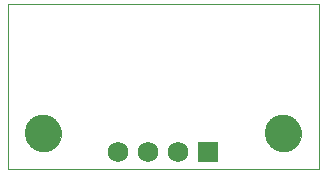
<source format=gbs>
G75*
%MOIN*%
%OFA0B0*%
%FSLAX25Y25*%
%IPPOS*%
%LPD*%
%AMOC8*
5,1,8,0,0,1.08239X$1,22.5*
%
%ADD10C,0.00000*%
%ADD11C,0.12211*%
%ADD12R,0.06900X0.06900*%
%ADD13C,0.06900*%
D10*
X0001400Y0001400D02*
X0001400Y0056518D01*
X0105022Y0056518D01*
X0105022Y0001400D01*
X0001400Y0001400D01*
X0007305Y0013211D02*
X0007307Y0013364D01*
X0007313Y0013518D01*
X0007323Y0013671D01*
X0007337Y0013823D01*
X0007355Y0013976D01*
X0007377Y0014127D01*
X0007402Y0014278D01*
X0007432Y0014429D01*
X0007466Y0014579D01*
X0007503Y0014727D01*
X0007544Y0014875D01*
X0007589Y0015021D01*
X0007638Y0015167D01*
X0007691Y0015311D01*
X0007747Y0015453D01*
X0007807Y0015594D01*
X0007871Y0015734D01*
X0007938Y0015872D01*
X0008009Y0016008D01*
X0008084Y0016142D01*
X0008161Y0016274D01*
X0008243Y0016404D01*
X0008327Y0016532D01*
X0008415Y0016658D01*
X0008506Y0016781D01*
X0008600Y0016902D01*
X0008698Y0017020D01*
X0008798Y0017136D01*
X0008902Y0017249D01*
X0009008Y0017360D01*
X0009117Y0017468D01*
X0009229Y0017573D01*
X0009343Y0017674D01*
X0009461Y0017773D01*
X0009580Y0017869D01*
X0009702Y0017962D01*
X0009827Y0018051D01*
X0009954Y0018138D01*
X0010083Y0018220D01*
X0010214Y0018300D01*
X0010347Y0018376D01*
X0010482Y0018449D01*
X0010619Y0018518D01*
X0010758Y0018583D01*
X0010898Y0018645D01*
X0011040Y0018703D01*
X0011183Y0018758D01*
X0011328Y0018809D01*
X0011474Y0018856D01*
X0011621Y0018899D01*
X0011769Y0018938D01*
X0011918Y0018974D01*
X0012068Y0019005D01*
X0012219Y0019033D01*
X0012370Y0019057D01*
X0012523Y0019077D01*
X0012675Y0019093D01*
X0012828Y0019105D01*
X0012981Y0019113D01*
X0013134Y0019117D01*
X0013288Y0019117D01*
X0013441Y0019113D01*
X0013594Y0019105D01*
X0013747Y0019093D01*
X0013899Y0019077D01*
X0014052Y0019057D01*
X0014203Y0019033D01*
X0014354Y0019005D01*
X0014504Y0018974D01*
X0014653Y0018938D01*
X0014801Y0018899D01*
X0014948Y0018856D01*
X0015094Y0018809D01*
X0015239Y0018758D01*
X0015382Y0018703D01*
X0015524Y0018645D01*
X0015664Y0018583D01*
X0015803Y0018518D01*
X0015940Y0018449D01*
X0016075Y0018376D01*
X0016208Y0018300D01*
X0016339Y0018220D01*
X0016468Y0018138D01*
X0016595Y0018051D01*
X0016720Y0017962D01*
X0016842Y0017869D01*
X0016961Y0017773D01*
X0017079Y0017674D01*
X0017193Y0017573D01*
X0017305Y0017468D01*
X0017414Y0017360D01*
X0017520Y0017249D01*
X0017624Y0017136D01*
X0017724Y0017020D01*
X0017822Y0016902D01*
X0017916Y0016781D01*
X0018007Y0016658D01*
X0018095Y0016532D01*
X0018179Y0016404D01*
X0018261Y0016274D01*
X0018338Y0016142D01*
X0018413Y0016008D01*
X0018484Y0015872D01*
X0018551Y0015734D01*
X0018615Y0015594D01*
X0018675Y0015453D01*
X0018731Y0015311D01*
X0018784Y0015167D01*
X0018833Y0015021D01*
X0018878Y0014875D01*
X0018919Y0014727D01*
X0018956Y0014579D01*
X0018990Y0014429D01*
X0019020Y0014278D01*
X0019045Y0014127D01*
X0019067Y0013976D01*
X0019085Y0013823D01*
X0019099Y0013671D01*
X0019109Y0013518D01*
X0019115Y0013364D01*
X0019117Y0013211D01*
X0019115Y0013058D01*
X0019109Y0012904D01*
X0019099Y0012751D01*
X0019085Y0012599D01*
X0019067Y0012446D01*
X0019045Y0012295D01*
X0019020Y0012144D01*
X0018990Y0011993D01*
X0018956Y0011843D01*
X0018919Y0011695D01*
X0018878Y0011547D01*
X0018833Y0011401D01*
X0018784Y0011255D01*
X0018731Y0011111D01*
X0018675Y0010969D01*
X0018615Y0010828D01*
X0018551Y0010688D01*
X0018484Y0010550D01*
X0018413Y0010414D01*
X0018338Y0010280D01*
X0018261Y0010148D01*
X0018179Y0010018D01*
X0018095Y0009890D01*
X0018007Y0009764D01*
X0017916Y0009641D01*
X0017822Y0009520D01*
X0017724Y0009402D01*
X0017624Y0009286D01*
X0017520Y0009173D01*
X0017414Y0009062D01*
X0017305Y0008954D01*
X0017193Y0008849D01*
X0017079Y0008748D01*
X0016961Y0008649D01*
X0016842Y0008553D01*
X0016720Y0008460D01*
X0016595Y0008371D01*
X0016468Y0008284D01*
X0016339Y0008202D01*
X0016208Y0008122D01*
X0016075Y0008046D01*
X0015940Y0007973D01*
X0015803Y0007904D01*
X0015664Y0007839D01*
X0015524Y0007777D01*
X0015382Y0007719D01*
X0015239Y0007664D01*
X0015094Y0007613D01*
X0014948Y0007566D01*
X0014801Y0007523D01*
X0014653Y0007484D01*
X0014504Y0007448D01*
X0014354Y0007417D01*
X0014203Y0007389D01*
X0014052Y0007365D01*
X0013899Y0007345D01*
X0013747Y0007329D01*
X0013594Y0007317D01*
X0013441Y0007309D01*
X0013288Y0007305D01*
X0013134Y0007305D01*
X0012981Y0007309D01*
X0012828Y0007317D01*
X0012675Y0007329D01*
X0012523Y0007345D01*
X0012370Y0007365D01*
X0012219Y0007389D01*
X0012068Y0007417D01*
X0011918Y0007448D01*
X0011769Y0007484D01*
X0011621Y0007523D01*
X0011474Y0007566D01*
X0011328Y0007613D01*
X0011183Y0007664D01*
X0011040Y0007719D01*
X0010898Y0007777D01*
X0010758Y0007839D01*
X0010619Y0007904D01*
X0010482Y0007973D01*
X0010347Y0008046D01*
X0010214Y0008122D01*
X0010083Y0008202D01*
X0009954Y0008284D01*
X0009827Y0008371D01*
X0009702Y0008460D01*
X0009580Y0008553D01*
X0009461Y0008649D01*
X0009343Y0008748D01*
X0009229Y0008849D01*
X0009117Y0008954D01*
X0009008Y0009062D01*
X0008902Y0009173D01*
X0008798Y0009286D01*
X0008698Y0009402D01*
X0008600Y0009520D01*
X0008506Y0009641D01*
X0008415Y0009764D01*
X0008327Y0009890D01*
X0008243Y0010018D01*
X0008161Y0010148D01*
X0008084Y0010280D01*
X0008009Y0010414D01*
X0007938Y0010550D01*
X0007871Y0010688D01*
X0007807Y0010828D01*
X0007747Y0010969D01*
X0007691Y0011111D01*
X0007638Y0011255D01*
X0007589Y0011401D01*
X0007544Y0011547D01*
X0007503Y0011695D01*
X0007466Y0011843D01*
X0007432Y0011993D01*
X0007402Y0012144D01*
X0007377Y0012295D01*
X0007355Y0012446D01*
X0007337Y0012599D01*
X0007323Y0012751D01*
X0007313Y0012904D01*
X0007307Y0013058D01*
X0007305Y0013211D01*
X0087305Y0013211D02*
X0087307Y0013364D01*
X0087313Y0013518D01*
X0087323Y0013671D01*
X0087337Y0013823D01*
X0087355Y0013976D01*
X0087377Y0014127D01*
X0087402Y0014278D01*
X0087432Y0014429D01*
X0087466Y0014579D01*
X0087503Y0014727D01*
X0087544Y0014875D01*
X0087589Y0015021D01*
X0087638Y0015167D01*
X0087691Y0015311D01*
X0087747Y0015453D01*
X0087807Y0015594D01*
X0087871Y0015734D01*
X0087938Y0015872D01*
X0088009Y0016008D01*
X0088084Y0016142D01*
X0088161Y0016274D01*
X0088243Y0016404D01*
X0088327Y0016532D01*
X0088415Y0016658D01*
X0088506Y0016781D01*
X0088600Y0016902D01*
X0088698Y0017020D01*
X0088798Y0017136D01*
X0088902Y0017249D01*
X0089008Y0017360D01*
X0089117Y0017468D01*
X0089229Y0017573D01*
X0089343Y0017674D01*
X0089461Y0017773D01*
X0089580Y0017869D01*
X0089702Y0017962D01*
X0089827Y0018051D01*
X0089954Y0018138D01*
X0090083Y0018220D01*
X0090214Y0018300D01*
X0090347Y0018376D01*
X0090482Y0018449D01*
X0090619Y0018518D01*
X0090758Y0018583D01*
X0090898Y0018645D01*
X0091040Y0018703D01*
X0091183Y0018758D01*
X0091328Y0018809D01*
X0091474Y0018856D01*
X0091621Y0018899D01*
X0091769Y0018938D01*
X0091918Y0018974D01*
X0092068Y0019005D01*
X0092219Y0019033D01*
X0092370Y0019057D01*
X0092523Y0019077D01*
X0092675Y0019093D01*
X0092828Y0019105D01*
X0092981Y0019113D01*
X0093134Y0019117D01*
X0093288Y0019117D01*
X0093441Y0019113D01*
X0093594Y0019105D01*
X0093747Y0019093D01*
X0093899Y0019077D01*
X0094052Y0019057D01*
X0094203Y0019033D01*
X0094354Y0019005D01*
X0094504Y0018974D01*
X0094653Y0018938D01*
X0094801Y0018899D01*
X0094948Y0018856D01*
X0095094Y0018809D01*
X0095239Y0018758D01*
X0095382Y0018703D01*
X0095524Y0018645D01*
X0095664Y0018583D01*
X0095803Y0018518D01*
X0095940Y0018449D01*
X0096075Y0018376D01*
X0096208Y0018300D01*
X0096339Y0018220D01*
X0096468Y0018138D01*
X0096595Y0018051D01*
X0096720Y0017962D01*
X0096842Y0017869D01*
X0096961Y0017773D01*
X0097079Y0017674D01*
X0097193Y0017573D01*
X0097305Y0017468D01*
X0097414Y0017360D01*
X0097520Y0017249D01*
X0097624Y0017136D01*
X0097724Y0017020D01*
X0097822Y0016902D01*
X0097916Y0016781D01*
X0098007Y0016658D01*
X0098095Y0016532D01*
X0098179Y0016404D01*
X0098261Y0016274D01*
X0098338Y0016142D01*
X0098413Y0016008D01*
X0098484Y0015872D01*
X0098551Y0015734D01*
X0098615Y0015594D01*
X0098675Y0015453D01*
X0098731Y0015311D01*
X0098784Y0015167D01*
X0098833Y0015021D01*
X0098878Y0014875D01*
X0098919Y0014727D01*
X0098956Y0014579D01*
X0098990Y0014429D01*
X0099020Y0014278D01*
X0099045Y0014127D01*
X0099067Y0013976D01*
X0099085Y0013823D01*
X0099099Y0013671D01*
X0099109Y0013518D01*
X0099115Y0013364D01*
X0099117Y0013211D01*
X0099115Y0013058D01*
X0099109Y0012904D01*
X0099099Y0012751D01*
X0099085Y0012599D01*
X0099067Y0012446D01*
X0099045Y0012295D01*
X0099020Y0012144D01*
X0098990Y0011993D01*
X0098956Y0011843D01*
X0098919Y0011695D01*
X0098878Y0011547D01*
X0098833Y0011401D01*
X0098784Y0011255D01*
X0098731Y0011111D01*
X0098675Y0010969D01*
X0098615Y0010828D01*
X0098551Y0010688D01*
X0098484Y0010550D01*
X0098413Y0010414D01*
X0098338Y0010280D01*
X0098261Y0010148D01*
X0098179Y0010018D01*
X0098095Y0009890D01*
X0098007Y0009764D01*
X0097916Y0009641D01*
X0097822Y0009520D01*
X0097724Y0009402D01*
X0097624Y0009286D01*
X0097520Y0009173D01*
X0097414Y0009062D01*
X0097305Y0008954D01*
X0097193Y0008849D01*
X0097079Y0008748D01*
X0096961Y0008649D01*
X0096842Y0008553D01*
X0096720Y0008460D01*
X0096595Y0008371D01*
X0096468Y0008284D01*
X0096339Y0008202D01*
X0096208Y0008122D01*
X0096075Y0008046D01*
X0095940Y0007973D01*
X0095803Y0007904D01*
X0095664Y0007839D01*
X0095524Y0007777D01*
X0095382Y0007719D01*
X0095239Y0007664D01*
X0095094Y0007613D01*
X0094948Y0007566D01*
X0094801Y0007523D01*
X0094653Y0007484D01*
X0094504Y0007448D01*
X0094354Y0007417D01*
X0094203Y0007389D01*
X0094052Y0007365D01*
X0093899Y0007345D01*
X0093747Y0007329D01*
X0093594Y0007317D01*
X0093441Y0007309D01*
X0093288Y0007305D01*
X0093134Y0007305D01*
X0092981Y0007309D01*
X0092828Y0007317D01*
X0092675Y0007329D01*
X0092523Y0007345D01*
X0092370Y0007365D01*
X0092219Y0007389D01*
X0092068Y0007417D01*
X0091918Y0007448D01*
X0091769Y0007484D01*
X0091621Y0007523D01*
X0091474Y0007566D01*
X0091328Y0007613D01*
X0091183Y0007664D01*
X0091040Y0007719D01*
X0090898Y0007777D01*
X0090758Y0007839D01*
X0090619Y0007904D01*
X0090482Y0007973D01*
X0090347Y0008046D01*
X0090214Y0008122D01*
X0090083Y0008202D01*
X0089954Y0008284D01*
X0089827Y0008371D01*
X0089702Y0008460D01*
X0089580Y0008553D01*
X0089461Y0008649D01*
X0089343Y0008748D01*
X0089229Y0008849D01*
X0089117Y0008954D01*
X0089008Y0009062D01*
X0088902Y0009173D01*
X0088798Y0009286D01*
X0088698Y0009402D01*
X0088600Y0009520D01*
X0088506Y0009641D01*
X0088415Y0009764D01*
X0088327Y0009890D01*
X0088243Y0010018D01*
X0088161Y0010148D01*
X0088084Y0010280D01*
X0088009Y0010414D01*
X0087938Y0010550D01*
X0087871Y0010688D01*
X0087807Y0010828D01*
X0087747Y0010969D01*
X0087691Y0011111D01*
X0087638Y0011255D01*
X0087589Y0011401D01*
X0087544Y0011547D01*
X0087503Y0011695D01*
X0087466Y0011843D01*
X0087432Y0011993D01*
X0087402Y0012144D01*
X0087377Y0012295D01*
X0087355Y0012446D01*
X0087337Y0012599D01*
X0087323Y0012751D01*
X0087313Y0012904D01*
X0087307Y0013058D01*
X0087305Y0013211D01*
D11*
X0093211Y0013211D03*
X0013211Y0013211D03*
D12*
X0068211Y0007000D03*
D13*
X0058211Y0007000D03*
X0048211Y0007000D03*
X0038211Y0007000D03*
M02*

</source>
